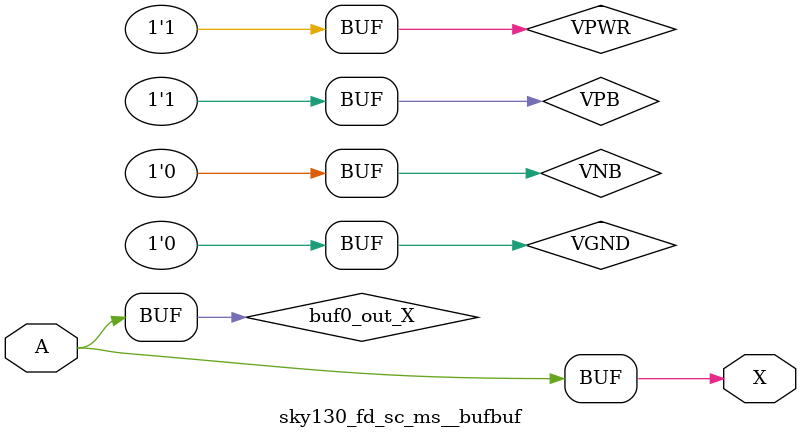
<source format=v>
/*
 * Copyright 2020 The SkyWater PDK Authors
 *
 * Licensed under the Apache License, Version 2.0 (the "License");
 * you may not use this file except in compliance with the License.
 * You may obtain a copy of the License at
 *
 *     https://www.apache.org/licenses/LICENSE-2.0
 *
 * Unless required by applicable law or agreed to in writing, software
 * distributed under the License is distributed on an "AS IS" BASIS,
 * WITHOUT WARRANTIES OR CONDITIONS OF ANY KIND, either express or implied.
 * See the License for the specific language governing permissions and
 * limitations under the License.
 *
 * SPDX-License-Identifier: Apache-2.0
*/


`ifndef SKY130_FD_SC_MS__BUFBUF_TIMING_V
`define SKY130_FD_SC_MS__BUFBUF_TIMING_V

/**
 * bufbuf: Double buffer.
 *
 * Verilog simulation timing model.
 */

`timescale 1ns / 1ps
`default_nettype none

`celldefine
module sky130_fd_sc_ms__bufbuf (
    X,
    A
);

    // Module ports
    output X;
    input  A;

    // Module supplies
    supply1 VPWR;
    supply0 VGND;
    supply1 VPB ;
    supply0 VNB ;

    // Local signals
    wire buf0_out_X;

    //  Name  Output      Other arguments
    buf buf0 (buf0_out_X, A              );
    buf buf1 (X         , buf0_out_X     );

endmodule
`endcelldefine

`default_nettype wire
`endif  // SKY130_FD_SC_MS__BUFBUF_TIMING_V

</source>
